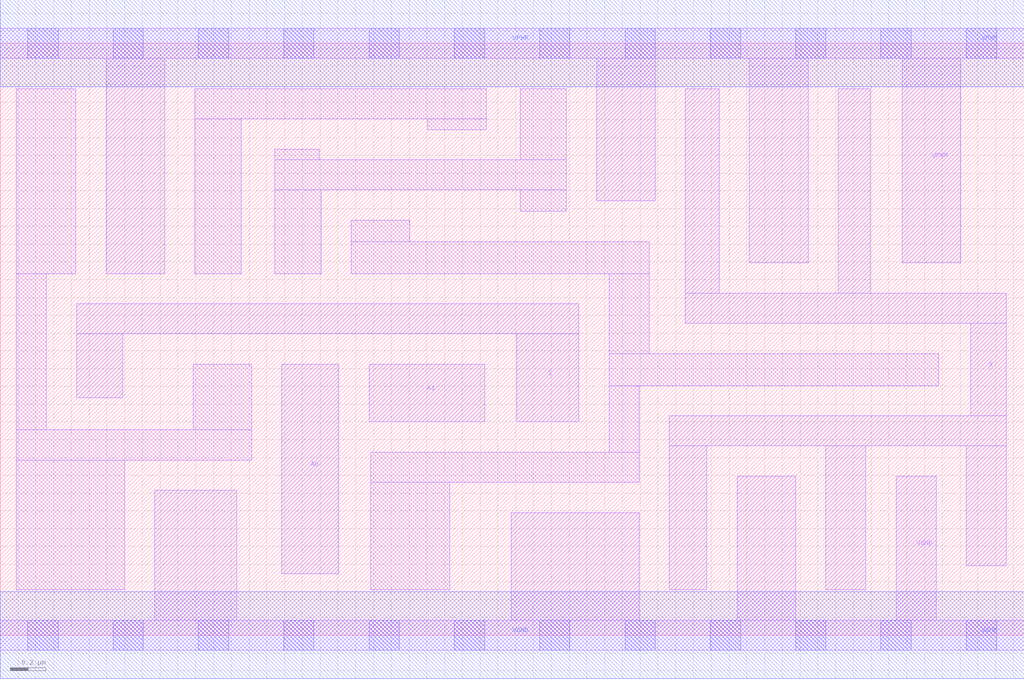
<source format=lef>
# Copyright 2020 The SkyWater PDK Authors
#
# Licensed under the Apache License, Version 2.0 (the "License");
# you may not use this file except in compliance with the License.
# You may obtain a copy of the License at
#
#     https://www.apache.org/licenses/LICENSE-2.0
#
# Unless required by applicable law or agreed to in writing, software
# distributed under the License is distributed on an "AS IS" BASIS,
# WITHOUT WARRANTIES OR CONDITIONS OF ANY KIND, either express or implied.
# See the License for the specific language governing permissions and
# limitations under the License.
#
# SPDX-License-Identifier: Apache-2.0

VERSION 5.7 ;
  NAMESCASESENSITIVE ON ;
  NOWIREEXTENSIONATPIN ON ;
  DIVIDERCHAR "/" ;
  BUSBITCHARS "[]" ;
UNITS
  DATABASE MICRONS 200 ;
END UNITS
MACRO sky130_fd_sc_lp__mux2_4
  CLASS CORE ;
  SOURCE USER ;
  FOREIGN sky130_fd_sc_lp__mux2_4 ;
  ORIGIN  0.000000  0.000000 ;
  SIZE  5.760000 BY  3.330000 ;
  SYMMETRY X Y R90 ;
  SITE unit ;
  PIN A0
    ANTENNAGATEAREA  0.315000 ;
    DIRECTION INPUT ;
    USE SIGNAL ;
    PORT
      LAYER li1 ;
        RECT 1.585000 0.345000 1.905000 1.525000 ;
    END
  END A0
  PIN A1
    ANTENNAGATEAREA  0.315000 ;
    DIRECTION INPUT ;
    USE SIGNAL ;
    PORT
      LAYER li1 ;
        RECT 2.075000 1.200000 2.725000 1.525000 ;
    END
  END A1
  PIN S
    ANTENNAGATEAREA  0.630000 ;
    DIRECTION INPUT ;
    USE SIGNAL ;
    PORT
      LAYER li1 ;
        RECT 0.430000 1.335000 0.690000 1.695000 ;
        RECT 0.430000 1.695000 3.255000 1.865000 ;
        RECT 2.905000 1.200000 3.255000 1.695000 ;
    END
  END S
  PIN X
    ANTENNADIFFAREA  1.176000 ;
    DIRECTION OUTPUT ;
    USE SIGNAL ;
    PORT
      LAYER li1 ;
        RECT 3.765000 0.255000 3.975000 1.065000 ;
        RECT 3.765000 1.065000 5.660000 1.235000 ;
        RECT 3.855000 1.755000 5.660000 1.925000 ;
        RECT 3.855000 1.925000 4.045000 3.075000 ;
        RECT 4.645000 0.255000 4.870000 1.065000 ;
        RECT 4.715000 1.925000 4.895000 3.075000 ;
        RECT 5.435000 0.390000 5.660000 1.065000 ;
        RECT 5.460000 1.235000 5.660000 1.755000 ;
    END
  END X
  PIN VGND
    DIRECTION INOUT ;
    USE GROUND ;
    PORT
      LAYER li1 ;
        RECT 0.000000 -0.085000 5.760000 0.085000 ;
        RECT 0.870000  0.085000 1.330000 0.815000 ;
        RECT 2.875000  0.085000 3.595000 0.690000 ;
        RECT 4.145000  0.085000 4.475000 0.895000 ;
        RECT 5.040000  0.085000 5.265000 0.895000 ;
      LAYER mcon ;
        RECT 0.155000 -0.085000 0.325000 0.085000 ;
        RECT 0.635000 -0.085000 0.805000 0.085000 ;
        RECT 1.115000 -0.085000 1.285000 0.085000 ;
        RECT 1.595000 -0.085000 1.765000 0.085000 ;
        RECT 2.075000 -0.085000 2.245000 0.085000 ;
        RECT 2.555000 -0.085000 2.725000 0.085000 ;
        RECT 3.035000 -0.085000 3.205000 0.085000 ;
        RECT 3.515000 -0.085000 3.685000 0.085000 ;
        RECT 3.995000 -0.085000 4.165000 0.085000 ;
        RECT 4.475000 -0.085000 4.645000 0.085000 ;
        RECT 4.955000 -0.085000 5.125000 0.085000 ;
        RECT 5.435000 -0.085000 5.605000 0.085000 ;
      LAYER met1 ;
        RECT 0.000000 -0.245000 5.760000 0.245000 ;
    END
  END VGND
  PIN VPWR
    DIRECTION INOUT ;
    USE POWER ;
    PORT
      LAYER li1 ;
        RECT 0.000000 3.245000 5.760000 3.415000 ;
        RECT 0.595000 2.035000 0.925000 3.245000 ;
        RECT 3.355000 2.445000 3.685000 3.245000 ;
        RECT 4.215000 2.095000 4.545000 3.245000 ;
        RECT 5.075000 2.095000 5.405000 3.245000 ;
      LAYER mcon ;
        RECT 0.155000 3.245000 0.325000 3.415000 ;
        RECT 0.635000 3.245000 0.805000 3.415000 ;
        RECT 1.115000 3.245000 1.285000 3.415000 ;
        RECT 1.595000 3.245000 1.765000 3.415000 ;
        RECT 2.075000 3.245000 2.245000 3.415000 ;
        RECT 2.555000 3.245000 2.725000 3.415000 ;
        RECT 3.035000 3.245000 3.205000 3.415000 ;
        RECT 3.515000 3.245000 3.685000 3.415000 ;
        RECT 3.995000 3.245000 4.165000 3.415000 ;
        RECT 4.475000 3.245000 4.645000 3.415000 ;
        RECT 4.955000 3.245000 5.125000 3.415000 ;
        RECT 5.435000 3.245000 5.605000 3.415000 ;
      LAYER met1 ;
        RECT 0.000000 3.085000 5.760000 3.575000 ;
    END
  END VPWR
  OBS
    LAYER li1 ;
      RECT 0.090000 0.255000 0.700000 0.985000 ;
      RECT 0.090000 0.985000 1.415000 1.155000 ;
      RECT 0.090000 1.155000 0.260000 2.035000 ;
      RECT 0.090000 2.035000 0.425000 3.075000 ;
      RECT 1.085000 1.155000 1.415000 1.525000 ;
      RECT 1.095000 2.035000 1.355000 2.905000 ;
      RECT 1.095000 2.905000 2.735000 3.075000 ;
      RECT 1.545000 2.035000 1.805000 2.505000 ;
      RECT 1.545000 2.505000 3.185000 2.675000 ;
      RECT 1.545000 2.675000 1.795000 2.735000 ;
      RECT 1.975000 2.035000 3.650000 2.215000 ;
      RECT 1.975000 2.215000 2.305000 2.335000 ;
      RECT 2.085000 0.255000 2.530000 0.860000 ;
      RECT 2.085000 0.860000 3.595000 1.030000 ;
      RECT 2.405000 2.845000 2.735000 2.905000 ;
      RECT 2.925000 2.385000 3.185000 2.505000 ;
      RECT 2.925000 2.675000 3.185000 3.075000 ;
      RECT 3.425000 1.030000 3.595000 1.405000 ;
      RECT 3.425000 1.405000 5.280000 1.585000 ;
      RECT 3.425000 1.585000 3.650000 2.035000 ;
  END
END sky130_fd_sc_lp__mux2_4

</source>
